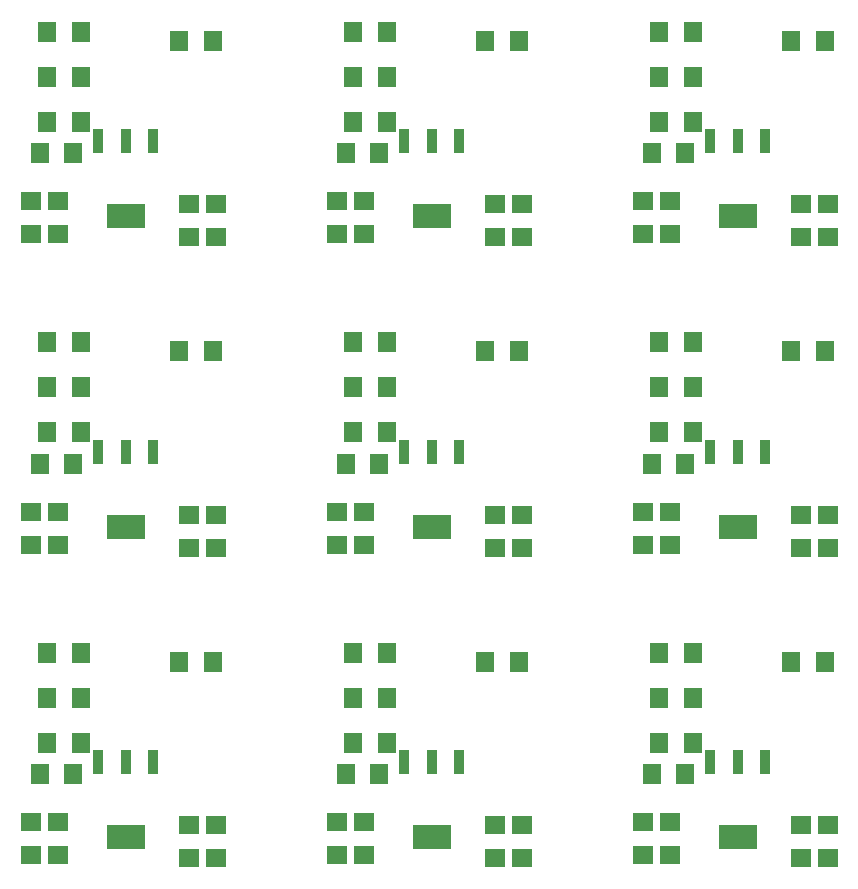
<source format=gbr>
G04 EAGLE Gerber X2 export*
%TF.Part,Single*%
%TF.FileFunction,Paste,Bot*%
%TF.FilePolarity,Positive*%
%TF.GenerationSoftware,Autodesk,EAGLE,8.7.1*%
%TF.CreationDate,2018-09-06T09:55:23Z*%
G75*
%MOMM*%
%FSLAX34Y34*%
%LPD*%
%AMOC8*
5,1,8,0,0,1.08239X$1,22.5*%
G01*
%ADD10R,1.600000X1.803000*%
%ADD11R,1.800000X1.600000*%
%ADD12R,0.939800X2.070100*%
%ADD13R,3.200400X2.070100*%


D10*
X105660Y243840D03*
X77220Y243840D03*
X105660Y205740D03*
X77220Y205740D03*
X99310Y140970D03*
X70870Y140970D03*
D11*
X196850Y97820D03*
X196850Y69820D03*
X63500Y100360D03*
X63500Y72360D03*
D10*
X217420Y236220D03*
X188980Y236220D03*
X105660Y167640D03*
X77220Y167640D03*
D11*
X86360Y100360D03*
X86360Y72360D03*
X219710Y97820D03*
X219710Y69820D03*
D12*
X120396Y151067D03*
X143510Y151067D03*
X166624Y151067D03*
D13*
X143510Y87694D03*
D10*
X364740Y243840D03*
X336300Y243840D03*
X364740Y205740D03*
X336300Y205740D03*
X358390Y140970D03*
X329950Y140970D03*
D11*
X455930Y97820D03*
X455930Y69820D03*
X322580Y100360D03*
X322580Y72360D03*
D10*
X476500Y236220D03*
X448060Y236220D03*
X364740Y167640D03*
X336300Y167640D03*
D11*
X345440Y100360D03*
X345440Y72360D03*
X478790Y97820D03*
X478790Y69820D03*
D12*
X379476Y151067D03*
X402590Y151067D03*
X425704Y151067D03*
D13*
X402590Y87694D03*
D10*
X623820Y243840D03*
X595380Y243840D03*
X623820Y205740D03*
X595380Y205740D03*
X617470Y140970D03*
X589030Y140970D03*
D11*
X715010Y97820D03*
X715010Y69820D03*
X581660Y100360D03*
X581660Y72360D03*
D10*
X735580Y236220D03*
X707140Y236220D03*
X623820Y167640D03*
X595380Y167640D03*
D11*
X604520Y100360D03*
X604520Y72360D03*
X737870Y97820D03*
X737870Y69820D03*
D12*
X638556Y151067D03*
X661670Y151067D03*
X684784Y151067D03*
D13*
X661670Y87694D03*
D10*
X105660Y506730D03*
X77220Y506730D03*
X105660Y468630D03*
X77220Y468630D03*
X99310Y403860D03*
X70870Y403860D03*
D11*
X196850Y360710D03*
X196850Y332710D03*
X63500Y363250D03*
X63500Y335250D03*
D10*
X217420Y499110D03*
X188980Y499110D03*
X105660Y430530D03*
X77220Y430530D03*
D11*
X86360Y363250D03*
X86360Y335250D03*
X219710Y360710D03*
X219710Y332710D03*
D12*
X120396Y413957D03*
X143510Y413957D03*
X166624Y413957D03*
D13*
X143510Y350584D03*
D10*
X364740Y506730D03*
X336300Y506730D03*
X364740Y468630D03*
X336300Y468630D03*
X358390Y403860D03*
X329950Y403860D03*
D11*
X455930Y360710D03*
X455930Y332710D03*
X322580Y363250D03*
X322580Y335250D03*
D10*
X476500Y499110D03*
X448060Y499110D03*
X364740Y430530D03*
X336300Y430530D03*
D11*
X345440Y363250D03*
X345440Y335250D03*
X478790Y360710D03*
X478790Y332710D03*
D12*
X379476Y413957D03*
X402590Y413957D03*
X425704Y413957D03*
D13*
X402590Y350584D03*
D10*
X623820Y506730D03*
X595380Y506730D03*
X623820Y468630D03*
X595380Y468630D03*
X617470Y403860D03*
X589030Y403860D03*
D11*
X715010Y360710D03*
X715010Y332710D03*
X581660Y363250D03*
X581660Y335250D03*
D10*
X735580Y499110D03*
X707140Y499110D03*
X623820Y430530D03*
X595380Y430530D03*
D11*
X604520Y363250D03*
X604520Y335250D03*
X737870Y360710D03*
X737870Y332710D03*
D12*
X638556Y413957D03*
X661670Y413957D03*
X684784Y413957D03*
D13*
X661670Y350584D03*
D10*
X105660Y769620D03*
X77220Y769620D03*
X105660Y731520D03*
X77220Y731520D03*
X99310Y666750D03*
X70870Y666750D03*
D11*
X196850Y623600D03*
X196850Y595600D03*
X63500Y626140D03*
X63500Y598140D03*
D10*
X217420Y762000D03*
X188980Y762000D03*
X105660Y693420D03*
X77220Y693420D03*
D11*
X86360Y626140D03*
X86360Y598140D03*
X219710Y623600D03*
X219710Y595600D03*
D12*
X120396Y676847D03*
X143510Y676847D03*
X166624Y676847D03*
D13*
X143510Y613474D03*
D10*
X364740Y769620D03*
X336300Y769620D03*
X364740Y731520D03*
X336300Y731520D03*
X358390Y666750D03*
X329950Y666750D03*
D11*
X455930Y623600D03*
X455930Y595600D03*
X322580Y626140D03*
X322580Y598140D03*
D10*
X476500Y762000D03*
X448060Y762000D03*
X364740Y693420D03*
X336300Y693420D03*
D11*
X345440Y626140D03*
X345440Y598140D03*
X478790Y623600D03*
X478790Y595600D03*
D12*
X379476Y676847D03*
X402590Y676847D03*
X425704Y676847D03*
D13*
X402590Y613474D03*
D10*
X623820Y769620D03*
X595380Y769620D03*
X623820Y731520D03*
X595380Y731520D03*
X617470Y666750D03*
X589030Y666750D03*
D11*
X715010Y623600D03*
X715010Y595600D03*
X581660Y626140D03*
X581660Y598140D03*
D10*
X735580Y762000D03*
X707140Y762000D03*
X623820Y693420D03*
X595380Y693420D03*
D11*
X604520Y626140D03*
X604520Y598140D03*
X737870Y623600D03*
X737870Y595600D03*
D12*
X638556Y676847D03*
X661670Y676847D03*
X684784Y676847D03*
D13*
X661670Y613474D03*
M02*

</source>
